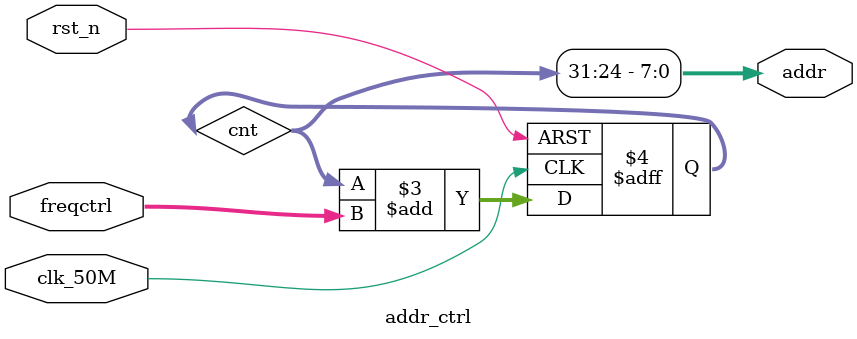
<source format=v>
`timescale 1ns/1ps
module addr_ctrl(
    input wire clk_50M,
    input wire rst_n,
    output wire [7:0] addr,


    input wire [31:0] freqctrl			//frequency control word 

);
    reg [31:0] cnt;
    assign addr =  cnt[31:24];

    always@(posedge clk_50M,negedge rst_n)
    begin
        if(rst_n==0)
            cnt<=0;
        else
            cnt<=cnt+freqctrl;

    end
endmodule
</source>
